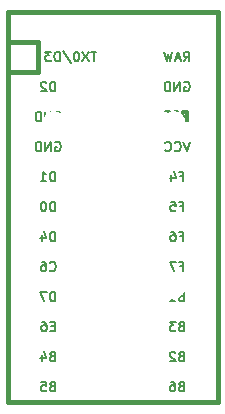
<source format=gbo>
%TF.GenerationSoftware,KiCad,Pcbnew,5.1.9*%
%TF.CreationDate,2021-02-03T17:10:17+02:00*%
%TF.ProjectId,arc40,61726334-302e-46b6-9963-61645f706362,rev?*%
%TF.SameCoordinates,Original*%
%TF.FileFunction,Legend,Bot*%
%TF.FilePolarity,Positive*%
%FSLAX46Y46*%
G04 Gerber Fmt 4.6, Leading zero omitted, Abs format (unit mm)*
G04 Created by KiCad (PCBNEW 5.1.9) date 2021-02-03 17:10:17*
%MOMM*%
%LPD*%
G01*
G04 APERTURE LIST*
%ADD10C,0.381000*%
%ADD11C,0.150000*%
%ADD12C,1.752600*%
%ADD13R,1.752600X1.752600*%
%ADD14C,2.250000*%
%ADD15C,3.987800*%
%ADD16C,1.750000*%
%ADD17C,3.048000*%
%ADD18O,1.600000X1.600000*%
%ADD19R,1.600000X1.600000*%
G04 APERTURE END LIST*
D10*
%TO.C,U1*%
X50710000Y-52810000D02*
X48170000Y-52810000D01*
X65950000Y-50270000D02*
X48170000Y-50270000D01*
X48170000Y-50270000D02*
X48170000Y-83290000D01*
X48170000Y-83290000D02*
X65950000Y-83290000D01*
X65950000Y-83290000D02*
X65950000Y-50270000D01*
D11*
G36*
X62904635Y-58699030D02*
G01*
X62904635Y-58799030D01*
X63404635Y-58799030D01*
X63404635Y-58699030D01*
X62904635Y-58699030D01*
G37*
X62904635Y-58699030D02*
X62904635Y-58799030D01*
X63404635Y-58799030D01*
X63404635Y-58699030D01*
X62904635Y-58699030D01*
G36*
X62904635Y-58699030D02*
G01*
X62904635Y-58999030D01*
X63004635Y-58999030D01*
X63004635Y-58699030D01*
X62904635Y-58699030D01*
G37*
X62904635Y-58699030D02*
X62904635Y-58999030D01*
X63004635Y-58999030D01*
X63004635Y-58699030D01*
X62904635Y-58699030D01*
G36*
X62904635Y-59299030D02*
G01*
X62904635Y-59499030D01*
X63004635Y-59499030D01*
X63004635Y-59299030D01*
X62904635Y-59299030D01*
G37*
X62904635Y-59299030D02*
X62904635Y-59499030D01*
X63004635Y-59499030D01*
X63004635Y-59299030D01*
X62904635Y-59299030D01*
G36*
X63304635Y-58699030D02*
G01*
X63304635Y-59499030D01*
X63404635Y-59499030D01*
X63404635Y-58699030D01*
X63304635Y-58699030D01*
G37*
X63304635Y-58699030D02*
X63304635Y-59499030D01*
X63404635Y-59499030D01*
X63404635Y-58699030D01*
X63304635Y-58699030D01*
G36*
X63104635Y-59099030D02*
G01*
X63104635Y-59199030D01*
X63204635Y-59199030D01*
X63204635Y-59099030D01*
X63104635Y-59099030D01*
G37*
X63104635Y-59099030D02*
X63104635Y-59199030D01*
X63204635Y-59199030D01*
X63204635Y-59099030D01*
X63104635Y-59099030D01*
D10*
X50710000Y-52810000D02*
X50710000Y-55350000D01*
X50710000Y-55350000D02*
X48170000Y-55350000D01*
D11*
X62633333Y-59463809D02*
X62519047Y-59501904D01*
X62328571Y-59501904D01*
X62252380Y-59463809D01*
X62214285Y-59425714D01*
X62176190Y-59349523D01*
X62176190Y-59273333D01*
X62214285Y-59197142D01*
X62252380Y-59159047D01*
X62328571Y-59120952D01*
X62480952Y-59082857D01*
X62557142Y-59044761D01*
X62595238Y-59006666D01*
X62633333Y-58930476D01*
X62633333Y-58854285D01*
X62595238Y-58778095D01*
X62557142Y-58740000D01*
X62480952Y-58701904D01*
X62290476Y-58701904D01*
X62176190Y-58740000D01*
X61947619Y-58701904D02*
X61490476Y-58701904D01*
X61719047Y-59501904D02*
X61719047Y-58701904D01*
X55678604Y-53641904D02*
X55221461Y-53641904D01*
X55450032Y-54441904D02*
X55450032Y-53641904D01*
X55030985Y-53641904D02*
X54497651Y-54441904D01*
X54497651Y-53641904D02*
X55030985Y-54441904D01*
X54040508Y-53641904D02*
X53964318Y-53641904D01*
X53888128Y-53680000D01*
X53850032Y-53718095D01*
X53811937Y-53794285D01*
X53773842Y-53946666D01*
X53773842Y-54137142D01*
X53811937Y-54289523D01*
X53850032Y-54365714D01*
X53888128Y-54403809D01*
X53964318Y-54441904D01*
X54040508Y-54441904D01*
X54116699Y-54403809D01*
X54154794Y-54365714D01*
X54192889Y-54289523D01*
X54230985Y-54137142D01*
X54230985Y-53946666D01*
X54192889Y-53794285D01*
X54154794Y-53718095D01*
X54116699Y-53680000D01*
X54040508Y-53641904D01*
X52859556Y-53603809D02*
X53545270Y-54632380D01*
X52592889Y-54441904D02*
X52592889Y-53641904D01*
X52402413Y-53641904D01*
X52288128Y-53680000D01*
X52211937Y-53756190D01*
X52173842Y-53832380D01*
X52135747Y-53984761D01*
X52135747Y-54099047D01*
X52173842Y-54251428D01*
X52211937Y-54327619D01*
X52288128Y-54403809D01*
X52402413Y-54441904D01*
X52592889Y-54441904D01*
X51869080Y-53641904D02*
X51373842Y-53641904D01*
X51640508Y-53946666D01*
X51526223Y-53946666D01*
X51450032Y-53984761D01*
X51411937Y-54022857D01*
X51373842Y-54099047D01*
X51373842Y-54289523D01*
X51411937Y-54365714D01*
X51450032Y-54403809D01*
X51526223Y-54441904D01*
X51754794Y-54441904D01*
X51830985Y-54403809D01*
X51869080Y-54365714D01*
X62844809Y-79422857D02*
X62730523Y-79460952D01*
X62692428Y-79499047D01*
X62654333Y-79575238D01*
X62654333Y-79689523D01*
X62692428Y-79765714D01*
X62730523Y-79803809D01*
X62806714Y-79841904D01*
X63111476Y-79841904D01*
X63111476Y-79041904D01*
X62844809Y-79041904D01*
X62768619Y-79080000D01*
X62730523Y-79118095D01*
X62692428Y-79194285D01*
X62692428Y-79270476D01*
X62730523Y-79346666D01*
X62768619Y-79384761D01*
X62844809Y-79422857D01*
X63111476Y-79422857D01*
X62349571Y-79118095D02*
X62311476Y-79080000D01*
X62235285Y-79041904D01*
X62044809Y-79041904D01*
X61968619Y-79080000D01*
X61930523Y-79118095D01*
X61892428Y-79194285D01*
X61892428Y-79270476D01*
X61930523Y-79384761D01*
X62387666Y-79841904D01*
X61892428Y-79841904D01*
X62787666Y-71802857D02*
X63054333Y-71802857D01*
X63054333Y-72221904D02*
X63054333Y-71421904D01*
X62673380Y-71421904D01*
X62444809Y-71421904D02*
X61911476Y-71421904D01*
X62254333Y-72221904D01*
X62787666Y-69262857D02*
X63054333Y-69262857D01*
X63054333Y-69681904D02*
X63054333Y-68881904D01*
X62673380Y-68881904D01*
X62025761Y-68881904D02*
X62178142Y-68881904D01*
X62254333Y-68920000D01*
X62292428Y-68958095D01*
X62368619Y-69072380D01*
X62406714Y-69224761D01*
X62406714Y-69529523D01*
X62368619Y-69605714D01*
X62330523Y-69643809D01*
X62254333Y-69681904D01*
X62101952Y-69681904D01*
X62025761Y-69643809D01*
X61987666Y-69605714D01*
X61949571Y-69529523D01*
X61949571Y-69339047D01*
X61987666Y-69262857D01*
X62025761Y-69224761D01*
X62101952Y-69186666D01*
X62254333Y-69186666D01*
X62330523Y-69224761D01*
X62368619Y-69262857D01*
X62406714Y-69339047D01*
X62787666Y-66722857D02*
X63054333Y-66722857D01*
X63054333Y-67141904D02*
X63054333Y-66341904D01*
X62673380Y-66341904D01*
X61987666Y-66341904D02*
X62368619Y-66341904D01*
X62406714Y-66722857D01*
X62368619Y-66684761D01*
X62292428Y-66646666D01*
X62101952Y-66646666D01*
X62025761Y-66684761D01*
X61987666Y-66722857D01*
X61949571Y-66799047D01*
X61949571Y-66989523D01*
X61987666Y-67065714D01*
X62025761Y-67103809D01*
X62101952Y-67141904D01*
X62292428Y-67141904D01*
X62368619Y-67103809D01*
X62406714Y-67065714D01*
X63073380Y-54441904D02*
X63340047Y-54060952D01*
X63530523Y-54441904D02*
X63530523Y-53641904D01*
X63225761Y-53641904D01*
X63149571Y-53680000D01*
X63111476Y-53718095D01*
X63073380Y-53794285D01*
X63073380Y-53908571D01*
X63111476Y-53984761D01*
X63149571Y-54022857D01*
X63225761Y-54060952D01*
X63530523Y-54060952D01*
X62768619Y-54213333D02*
X62387666Y-54213333D01*
X62844809Y-54441904D02*
X62578142Y-53641904D01*
X62311476Y-54441904D01*
X62121000Y-53641904D02*
X61930523Y-54441904D01*
X61778142Y-53870476D01*
X61625761Y-54441904D01*
X61435285Y-53641904D01*
X63130523Y-56220000D02*
X63206714Y-56181904D01*
X63321000Y-56181904D01*
X63435285Y-56220000D01*
X63511476Y-56296190D01*
X63549571Y-56372380D01*
X63587666Y-56524761D01*
X63587666Y-56639047D01*
X63549571Y-56791428D01*
X63511476Y-56867619D01*
X63435285Y-56943809D01*
X63321000Y-56981904D01*
X63244809Y-56981904D01*
X63130523Y-56943809D01*
X63092428Y-56905714D01*
X63092428Y-56639047D01*
X63244809Y-56639047D01*
X62749571Y-56981904D02*
X62749571Y-56181904D01*
X62292428Y-56981904D01*
X62292428Y-56181904D01*
X61911476Y-56981904D02*
X61911476Y-56181904D01*
X61721000Y-56181904D01*
X61606714Y-56220000D01*
X61530523Y-56296190D01*
X61492428Y-56372380D01*
X61454333Y-56524761D01*
X61454333Y-56639047D01*
X61492428Y-56791428D01*
X61530523Y-56867619D01*
X61606714Y-56943809D01*
X61721000Y-56981904D01*
X61911476Y-56981904D01*
X63587666Y-61261904D02*
X63321000Y-62061904D01*
X63054333Y-61261904D01*
X62330523Y-61985714D02*
X62368619Y-62023809D01*
X62482904Y-62061904D01*
X62559095Y-62061904D01*
X62673380Y-62023809D01*
X62749571Y-61947619D01*
X62787666Y-61871428D01*
X62825761Y-61719047D01*
X62825761Y-61604761D01*
X62787666Y-61452380D01*
X62749571Y-61376190D01*
X62673380Y-61300000D01*
X62559095Y-61261904D01*
X62482904Y-61261904D01*
X62368619Y-61300000D01*
X62330523Y-61338095D01*
X61530523Y-61985714D02*
X61568619Y-62023809D01*
X61682904Y-62061904D01*
X61759095Y-62061904D01*
X61873380Y-62023809D01*
X61949571Y-61947619D01*
X61987666Y-61871428D01*
X62025761Y-61719047D01*
X62025761Y-61604761D01*
X61987666Y-61452380D01*
X61949571Y-61376190D01*
X61873380Y-61300000D01*
X61759095Y-61261904D01*
X61682904Y-61261904D01*
X61568619Y-61300000D01*
X61530523Y-61338095D01*
X62787666Y-64182857D02*
X63054333Y-64182857D01*
X63054333Y-64601904D02*
X63054333Y-63801904D01*
X62673380Y-63801904D01*
X62025761Y-64068571D02*
X62025761Y-64601904D01*
X62216238Y-63763809D02*
X62406714Y-64335238D01*
X61911476Y-64335238D01*
X62844809Y-74342857D02*
X62730523Y-74380952D01*
X62692428Y-74419047D01*
X62654333Y-74495238D01*
X62654333Y-74609523D01*
X62692428Y-74685714D01*
X62730523Y-74723809D01*
X62806714Y-74761904D01*
X63111476Y-74761904D01*
X63111476Y-73961904D01*
X62844809Y-73961904D01*
X62768619Y-74000000D01*
X62730523Y-74038095D01*
X62692428Y-74114285D01*
X62692428Y-74190476D01*
X62730523Y-74266666D01*
X62768619Y-74304761D01*
X62844809Y-74342857D01*
X63111476Y-74342857D01*
X61892428Y-74761904D02*
X62349571Y-74761904D01*
X62121000Y-74761904D02*
X62121000Y-73961904D01*
X62197190Y-74076190D01*
X62273380Y-74152380D01*
X62349571Y-74190476D01*
X62844809Y-76882857D02*
X62730523Y-76920952D01*
X62692428Y-76959047D01*
X62654333Y-77035238D01*
X62654333Y-77149523D01*
X62692428Y-77225714D01*
X62730523Y-77263809D01*
X62806714Y-77301904D01*
X63111476Y-77301904D01*
X63111476Y-76501904D01*
X62844809Y-76501904D01*
X62768619Y-76540000D01*
X62730523Y-76578095D01*
X62692428Y-76654285D01*
X62692428Y-76730476D01*
X62730523Y-76806666D01*
X62768619Y-76844761D01*
X62844809Y-76882857D01*
X63111476Y-76882857D01*
X62387666Y-76501904D02*
X61892428Y-76501904D01*
X62159095Y-76806666D01*
X62044809Y-76806666D01*
X61968619Y-76844761D01*
X61930523Y-76882857D01*
X61892428Y-76959047D01*
X61892428Y-77149523D01*
X61930523Y-77225714D01*
X61968619Y-77263809D01*
X62044809Y-77301904D01*
X62273380Y-77301904D01*
X62349571Y-77263809D01*
X62387666Y-77225714D01*
X62844809Y-81962857D02*
X62730523Y-82000952D01*
X62692428Y-82039047D01*
X62654333Y-82115238D01*
X62654333Y-82229523D01*
X62692428Y-82305714D01*
X62730523Y-82343809D01*
X62806714Y-82381904D01*
X63111476Y-82381904D01*
X63111476Y-81581904D01*
X62844809Y-81581904D01*
X62768619Y-81620000D01*
X62730523Y-81658095D01*
X62692428Y-81734285D01*
X62692428Y-81810476D01*
X62730523Y-81886666D01*
X62768619Y-81924761D01*
X62844809Y-81962857D01*
X63111476Y-81962857D01*
X61968619Y-81581904D02*
X62121000Y-81581904D01*
X62197190Y-81620000D01*
X62235285Y-81658095D01*
X62311476Y-81772380D01*
X62349571Y-81924761D01*
X62349571Y-82229523D01*
X62311476Y-82305714D01*
X62273380Y-82343809D01*
X62197190Y-82381904D01*
X62044809Y-82381904D01*
X61968619Y-82343809D01*
X61930523Y-82305714D01*
X61892428Y-82229523D01*
X61892428Y-82039047D01*
X61930523Y-81962857D01*
X61968619Y-81924761D01*
X62044809Y-81886666D01*
X62197190Y-81886666D01*
X62273380Y-81924761D01*
X62311476Y-81962857D01*
X62349571Y-82039047D01*
X51922809Y-81962857D02*
X51808523Y-82000952D01*
X51770428Y-82039047D01*
X51732333Y-82115238D01*
X51732333Y-82229523D01*
X51770428Y-82305714D01*
X51808523Y-82343809D01*
X51884714Y-82381904D01*
X52189476Y-82381904D01*
X52189476Y-81581904D01*
X51922809Y-81581904D01*
X51846619Y-81620000D01*
X51808523Y-81658095D01*
X51770428Y-81734285D01*
X51770428Y-81810476D01*
X51808523Y-81886666D01*
X51846619Y-81924761D01*
X51922809Y-81962857D01*
X52189476Y-81962857D01*
X51008523Y-81581904D02*
X51389476Y-81581904D01*
X51427571Y-81962857D01*
X51389476Y-81924761D01*
X51313285Y-81886666D01*
X51122809Y-81886666D01*
X51046619Y-81924761D01*
X51008523Y-81962857D01*
X50970428Y-82039047D01*
X50970428Y-82229523D01*
X51008523Y-82305714D01*
X51046619Y-82343809D01*
X51122809Y-82381904D01*
X51313285Y-82381904D01*
X51389476Y-82343809D01*
X51427571Y-82305714D01*
X51922809Y-79422857D02*
X51808523Y-79460952D01*
X51770428Y-79499047D01*
X51732333Y-79575238D01*
X51732333Y-79689523D01*
X51770428Y-79765714D01*
X51808523Y-79803809D01*
X51884714Y-79841904D01*
X52189476Y-79841904D01*
X52189476Y-79041904D01*
X51922809Y-79041904D01*
X51846619Y-79080000D01*
X51808523Y-79118095D01*
X51770428Y-79194285D01*
X51770428Y-79270476D01*
X51808523Y-79346666D01*
X51846619Y-79384761D01*
X51922809Y-79422857D01*
X52189476Y-79422857D01*
X51046619Y-79308571D02*
X51046619Y-79841904D01*
X51237095Y-79003809D02*
X51427571Y-79575238D01*
X50932333Y-79575238D01*
X52151380Y-76882857D02*
X51884714Y-76882857D01*
X51770428Y-77301904D02*
X52151380Y-77301904D01*
X52151380Y-76501904D01*
X51770428Y-76501904D01*
X51084714Y-76501904D02*
X51237095Y-76501904D01*
X51313285Y-76540000D01*
X51351380Y-76578095D01*
X51427571Y-76692380D01*
X51465666Y-76844761D01*
X51465666Y-77149523D01*
X51427571Y-77225714D01*
X51389476Y-77263809D01*
X51313285Y-77301904D01*
X51160904Y-77301904D01*
X51084714Y-77263809D01*
X51046619Y-77225714D01*
X51008523Y-77149523D01*
X51008523Y-76959047D01*
X51046619Y-76882857D01*
X51084714Y-76844761D01*
X51160904Y-76806666D01*
X51313285Y-76806666D01*
X51389476Y-76844761D01*
X51427571Y-76882857D01*
X51465666Y-76959047D01*
X52189476Y-74761904D02*
X52189476Y-73961904D01*
X51999000Y-73961904D01*
X51884714Y-74000000D01*
X51808523Y-74076190D01*
X51770428Y-74152380D01*
X51732333Y-74304761D01*
X51732333Y-74419047D01*
X51770428Y-74571428D01*
X51808523Y-74647619D01*
X51884714Y-74723809D01*
X51999000Y-74761904D01*
X52189476Y-74761904D01*
X51465666Y-73961904D02*
X50932333Y-73961904D01*
X51275190Y-74761904D01*
X51732333Y-72145714D02*
X51770428Y-72183809D01*
X51884714Y-72221904D01*
X51960904Y-72221904D01*
X52075190Y-72183809D01*
X52151380Y-72107619D01*
X52189476Y-72031428D01*
X52227571Y-71879047D01*
X52227571Y-71764761D01*
X52189476Y-71612380D01*
X52151380Y-71536190D01*
X52075190Y-71460000D01*
X51960904Y-71421904D01*
X51884714Y-71421904D01*
X51770428Y-71460000D01*
X51732333Y-71498095D01*
X51046619Y-71421904D02*
X51199000Y-71421904D01*
X51275190Y-71460000D01*
X51313285Y-71498095D01*
X51389476Y-71612380D01*
X51427571Y-71764761D01*
X51427571Y-72069523D01*
X51389476Y-72145714D01*
X51351380Y-72183809D01*
X51275190Y-72221904D01*
X51122809Y-72221904D01*
X51046619Y-72183809D01*
X51008523Y-72145714D01*
X50970428Y-72069523D01*
X50970428Y-71879047D01*
X51008523Y-71802857D01*
X51046619Y-71764761D01*
X51122809Y-71726666D01*
X51275190Y-71726666D01*
X51351380Y-71764761D01*
X51389476Y-71802857D01*
X51427571Y-71879047D01*
X52189476Y-69681904D02*
X52189476Y-68881904D01*
X51999000Y-68881904D01*
X51884714Y-68920000D01*
X51808523Y-68996190D01*
X51770428Y-69072380D01*
X51732333Y-69224761D01*
X51732333Y-69339047D01*
X51770428Y-69491428D01*
X51808523Y-69567619D01*
X51884714Y-69643809D01*
X51999000Y-69681904D01*
X52189476Y-69681904D01*
X51046619Y-69148571D02*
X51046619Y-69681904D01*
X51237095Y-68843809D02*
X51427571Y-69415238D01*
X50932333Y-69415238D01*
X52208523Y-58760000D02*
X52284714Y-58721904D01*
X52399000Y-58721904D01*
X52513285Y-58760000D01*
X52589476Y-58836190D01*
X52627571Y-58912380D01*
X52665666Y-59064761D01*
X52665666Y-59179047D01*
X52627571Y-59331428D01*
X52589476Y-59407619D01*
X52513285Y-59483809D01*
X52399000Y-59521904D01*
X52322809Y-59521904D01*
X52208523Y-59483809D01*
X52170428Y-59445714D01*
X52170428Y-59179047D01*
X52322809Y-59179047D01*
X51827571Y-59521904D02*
X51827571Y-58721904D01*
X51370428Y-59521904D01*
X51370428Y-58721904D01*
X50989476Y-59521904D02*
X50989476Y-58721904D01*
X50799000Y-58721904D01*
X50684714Y-58760000D01*
X50608523Y-58836190D01*
X50570428Y-58912380D01*
X50532333Y-59064761D01*
X50532333Y-59179047D01*
X50570428Y-59331428D01*
X50608523Y-59407619D01*
X50684714Y-59483809D01*
X50799000Y-59521904D01*
X50989476Y-59521904D01*
X52208523Y-61300000D02*
X52284714Y-61261904D01*
X52399000Y-61261904D01*
X52513285Y-61300000D01*
X52589476Y-61376190D01*
X52627571Y-61452380D01*
X52665666Y-61604761D01*
X52665666Y-61719047D01*
X52627571Y-61871428D01*
X52589476Y-61947619D01*
X52513285Y-62023809D01*
X52399000Y-62061904D01*
X52322809Y-62061904D01*
X52208523Y-62023809D01*
X52170428Y-61985714D01*
X52170428Y-61719047D01*
X52322809Y-61719047D01*
X51827571Y-62061904D02*
X51827571Y-61261904D01*
X51370428Y-62061904D01*
X51370428Y-61261904D01*
X50989476Y-62061904D02*
X50989476Y-61261904D01*
X50799000Y-61261904D01*
X50684714Y-61300000D01*
X50608523Y-61376190D01*
X50570428Y-61452380D01*
X50532333Y-61604761D01*
X50532333Y-61719047D01*
X50570428Y-61871428D01*
X50608523Y-61947619D01*
X50684714Y-62023809D01*
X50799000Y-62061904D01*
X50989476Y-62061904D01*
X52189476Y-64601904D02*
X52189476Y-63801904D01*
X51999000Y-63801904D01*
X51884714Y-63840000D01*
X51808523Y-63916190D01*
X51770428Y-63992380D01*
X51732333Y-64144761D01*
X51732333Y-64259047D01*
X51770428Y-64411428D01*
X51808523Y-64487619D01*
X51884714Y-64563809D01*
X51999000Y-64601904D01*
X52189476Y-64601904D01*
X50970428Y-64601904D02*
X51427571Y-64601904D01*
X51199000Y-64601904D02*
X51199000Y-63801904D01*
X51275190Y-63916190D01*
X51351380Y-63992380D01*
X51427571Y-64030476D01*
X52189476Y-67141904D02*
X52189476Y-66341904D01*
X51999000Y-66341904D01*
X51884714Y-66380000D01*
X51808523Y-66456190D01*
X51770428Y-66532380D01*
X51732333Y-66684761D01*
X51732333Y-66799047D01*
X51770428Y-66951428D01*
X51808523Y-67027619D01*
X51884714Y-67103809D01*
X51999000Y-67141904D01*
X52189476Y-67141904D01*
X51237095Y-66341904D02*
X51160904Y-66341904D01*
X51084714Y-66380000D01*
X51046619Y-66418095D01*
X51008523Y-66494285D01*
X50970428Y-66646666D01*
X50970428Y-66837142D01*
X51008523Y-66989523D01*
X51046619Y-67065714D01*
X51084714Y-67103809D01*
X51160904Y-67141904D01*
X51237095Y-67141904D01*
X51313285Y-67103809D01*
X51351380Y-67065714D01*
X51389476Y-66989523D01*
X51427571Y-66837142D01*
X51427571Y-66646666D01*
X51389476Y-66494285D01*
X51351380Y-66418095D01*
X51313285Y-66380000D01*
X51237095Y-66341904D01*
X52189476Y-56981904D02*
X52189476Y-56181904D01*
X51999000Y-56181904D01*
X51884714Y-56220000D01*
X51808523Y-56296190D01*
X51770428Y-56372380D01*
X51732333Y-56524761D01*
X51732333Y-56639047D01*
X51770428Y-56791428D01*
X51808523Y-56867619D01*
X51884714Y-56943809D01*
X51999000Y-56981904D01*
X52189476Y-56981904D01*
X51427571Y-56258095D02*
X51389476Y-56220000D01*
X51313285Y-56181904D01*
X51122809Y-56181904D01*
X51046619Y-56220000D01*
X51008523Y-56258095D01*
X50970428Y-56334285D01*
X50970428Y-56410476D01*
X51008523Y-56524761D01*
X51465666Y-56981904D01*
X50970428Y-56981904D01*
%TD*%
%LPC*%
D12*
%TO.C,U1*%
X64680000Y-54080000D03*
X49440000Y-82020000D03*
X64680000Y-56620000D03*
X64680000Y-59160000D03*
X64680000Y-61700000D03*
X64680000Y-64240000D03*
X64680000Y-66780000D03*
X64680000Y-69320000D03*
X64680000Y-71860000D03*
X64680000Y-74400000D03*
X64680000Y-76940000D03*
X64680000Y-79480000D03*
X64680000Y-82020000D03*
X49440000Y-79480000D03*
X49440000Y-76940000D03*
X49440000Y-74400000D03*
X49440000Y-71860000D03*
X49440000Y-69320000D03*
X49440000Y-66780000D03*
X49440000Y-64240000D03*
X49440000Y-61700000D03*
X49440000Y-59160000D03*
X49440000Y-56620000D03*
D13*
X49440000Y-54080000D03*
%TD*%
D14*
%TO.C,MX42*%
X276384000Y-111601000D03*
D15*
X273844000Y-116681000D03*
D14*
X270034000Y-114141000D03*
D16*
X268764000Y-116681000D03*
X278924000Y-116681000D03*
%TD*%
D14*
%TO.C,MX41*%
X278765000Y-92551200D03*
D15*
X276225000Y-97631200D03*
D14*
X272415000Y-95091200D03*
D16*
X271145000Y-97631200D03*
X281305000Y-97631200D03*
%TD*%
D14*
%TO.C,MX40*%
X276384000Y-73501200D03*
D15*
X273844000Y-78581200D03*
D14*
X270034000Y-76041200D03*
D16*
X268764000Y-78581200D03*
X278924000Y-78581200D03*
%TD*%
D14*
%TO.C,MX39*%
X274002000Y-54451200D03*
D15*
X271462000Y-59531200D03*
D14*
X267652000Y-56991200D03*
D16*
X266382000Y-59531200D03*
X276542000Y-59531200D03*
%TD*%
D14*
%TO.C,MX38*%
X259715000Y-92551200D03*
D15*
X257175000Y-97631200D03*
D14*
X253365000Y-95091200D03*
D16*
X252095000Y-97631200D03*
X262255000Y-97631200D03*
%TD*%
D14*
%TO.C,MX37*%
X254952000Y-73501200D03*
D15*
X252412000Y-78581200D03*
D14*
X248602000Y-76041200D03*
D16*
X247332000Y-78581200D03*
X257492000Y-78581200D03*
%TD*%
D14*
%TO.C,MX36*%
X250190000Y-54451200D03*
D15*
X247650000Y-59531200D03*
D14*
X243840000Y-56991200D03*
D16*
X242570000Y-59531200D03*
X252730000Y-59531200D03*
%TD*%
D14*
%TO.C,MX35*%
X240665000Y-92551200D03*
D15*
X238125000Y-97631200D03*
D14*
X234315000Y-95091200D03*
D16*
X233045000Y-97631200D03*
X243205000Y-97631200D03*
%TD*%
D14*
%TO.C,MX34*%
X235902000Y-73501200D03*
D15*
X233362000Y-78581200D03*
D14*
X229552000Y-76041200D03*
D16*
X228282000Y-78581200D03*
X238442000Y-78581200D03*
%TD*%
D14*
%TO.C,MX33*%
X231140000Y-54451200D03*
D15*
X228600000Y-59531200D03*
D14*
X224790000Y-56991200D03*
D16*
X223520000Y-59531200D03*
X233680000Y-59531200D03*
%TD*%
D14*
%TO.C,MX32*%
X228759000Y-111601000D03*
D15*
X226219000Y-116681000D03*
D14*
X222409000Y-114141000D03*
D16*
X221139000Y-116681000D03*
X231299000Y-116681000D03*
%TD*%
D14*
%TO.C,MX31*%
X221615000Y-92551200D03*
D15*
X219075000Y-97631200D03*
D14*
X215265000Y-95091200D03*
D16*
X213995000Y-97631200D03*
X224155000Y-97631200D03*
%TD*%
D14*
%TO.C,MX30*%
X216852000Y-73501200D03*
D15*
X214312000Y-78581200D03*
D14*
X210502000Y-76041200D03*
D16*
X209232000Y-78581200D03*
X219392000Y-78581200D03*
%TD*%
D14*
%TO.C,MX29*%
X212090000Y-54451200D03*
D15*
X209550000Y-59531200D03*
D14*
X205740000Y-56991200D03*
D16*
X204470000Y-59531200D03*
X214630000Y-59531200D03*
%TD*%
D14*
%TO.C,MX28*%
X202565000Y-92551200D03*
D15*
X200025000Y-97631200D03*
D14*
X196215000Y-95091200D03*
D16*
X194945000Y-97631200D03*
X205105000Y-97631200D03*
%TD*%
D14*
%TO.C,MX27*%
X197802000Y-73501200D03*
D15*
X195262000Y-78581200D03*
D14*
X191452000Y-76041200D03*
D16*
X190182000Y-78581200D03*
X200342000Y-78581200D03*
%TD*%
D14*
%TO.C,MX26*%
X193040000Y-54451200D03*
D15*
X190500000Y-59531200D03*
D14*
X186690000Y-56991200D03*
D16*
X185420000Y-59531200D03*
X195580000Y-59531200D03*
%TD*%
D14*
%TO.C,MX25*%
X190659000Y-111601000D03*
D15*
X188119000Y-116681000D03*
D14*
X184309000Y-114141000D03*
D16*
X183039000Y-116681000D03*
X193199000Y-116681000D03*
D17*
X176212750Y-123666000D03*
X200025250Y-123666000D03*
D15*
X176212750Y-108426000D03*
X200025250Y-108426000D03*
%TD*%
D14*
%TO.C,MX24*%
X183515000Y-92551200D03*
D15*
X180975000Y-97631200D03*
D14*
X177165000Y-95091200D03*
D16*
X175895000Y-97631200D03*
X186055000Y-97631200D03*
%TD*%
D14*
%TO.C,MX23*%
X178752000Y-73501200D03*
D15*
X176212000Y-78581200D03*
D14*
X172402000Y-76041200D03*
D16*
X171132000Y-78581200D03*
X181292000Y-78581200D03*
%TD*%
D14*
%TO.C,MX22*%
X173990000Y-54451200D03*
D15*
X171450000Y-59531200D03*
D14*
X167640000Y-56991200D03*
D16*
X166370000Y-59531200D03*
X176530000Y-59531200D03*
%TD*%
D14*
%TO.C,MX21*%
X164465000Y-92551200D03*
D15*
X161925000Y-97631200D03*
D14*
X158115000Y-95091200D03*
D16*
X156845000Y-97631200D03*
X167005000Y-97631200D03*
%TD*%
D14*
%TO.C,MX20*%
X159702000Y-73501200D03*
D15*
X157162000Y-78581200D03*
D14*
X153352000Y-76041200D03*
D16*
X152082000Y-78581200D03*
X162242000Y-78581200D03*
%TD*%
D14*
%TO.C,MX19*%
X154940000Y-54451200D03*
D15*
X152400000Y-59531200D03*
D14*
X148590000Y-56991200D03*
D16*
X147320000Y-59531200D03*
X157480000Y-59531200D03*
%TD*%
D14*
%TO.C,MX18*%
X143034000Y-111601000D03*
D15*
X140494000Y-116681000D03*
D14*
X136684000Y-114141000D03*
D16*
X135414000Y-116681000D03*
X145574000Y-116681000D03*
D17*
X128587750Y-123666000D03*
X152400250Y-123666000D03*
D15*
X128587750Y-108426000D03*
X152400250Y-108426000D03*
%TD*%
D14*
%TO.C,MX17*%
X145415000Y-92551200D03*
D15*
X142875000Y-97631200D03*
D14*
X139065000Y-95091200D03*
D16*
X137795000Y-97631200D03*
X147955000Y-97631200D03*
%TD*%
D14*
%TO.C,MX16*%
X140652000Y-73501200D03*
D15*
X138112000Y-78581200D03*
D14*
X134302000Y-76041200D03*
D16*
X133032000Y-78581200D03*
X143192000Y-78581200D03*
%TD*%
D14*
%TO.C,MX15*%
X135890000Y-54451200D03*
D15*
X133350000Y-59531200D03*
D14*
X129540000Y-56991200D03*
D16*
X128270000Y-59531200D03*
X138430000Y-59531200D03*
%TD*%
D14*
%TO.C,MX14*%
X126365000Y-92551200D03*
D15*
X123825000Y-97631200D03*
D14*
X120015000Y-95091200D03*
D16*
X118745000Y-97631200D03*
X128905000Y-97631200D03*
%TD*%
D14*
%TO.C,MX13*%
X121602000Y-73501200D03*
D15*
X119062000Y-78581200D03*
D14*
X115252000Y-76041200D03*
D16*
X113982000Y-78581200D03*
X124142000Y-78581200D03*
%TD*%
D14*
%TO.C,MX12*%
X116840000Y-54451200D03*
D15*
X114300000Y-59531200D03*
D14*
X110490000Y-56991200D03*
D16*
X109220000Y-59531200D03*
X119380000Y-59531200D03*
%TD*%
D14*
%TO.C,MX11*%
X109696000Y-111601000D03*
D15*
X107156000Y-116681000D03*
D14*
X103346000Y-114141000D03*
D16*
X102076000Y-116681000D03*
X112236000Y-116681000D03*
%TD*%
D14*
%TO.C,MX10*%
X107315000Y-92551200D03*
D15*
X104775000Y-97631200D03*
D14*
X100965000Y-95091200D03*
D16*
X99695000Y-97631200D03*
X109855000Y-97631200D03*
%TD*%
D14*
%TO.C,MX9*%
X102552000Y-73501200D03*
D15*
X100012000Y-78581200D03*
D14*
X96202000Y-76041200D03*
D16*
X94932000Y-78581200D03*
X105092000Y-78581200D03*
%TD*%
D14*
%TO.C,MX8*%
X97790000Y-54451200D03*
D15*
X95250000Y-59531200D03*
D14*
X91440000Y-56991200D03*
D16*
X90170000Y-59531200D03*
X100330000Y-59531200D03*
%TD*%
D14*
%TO.C,MX7*%
X88265000Y-92551200D03*
D15*
X85725000Y-97631200D03*
D14*
X81915000Y-95091200D03*
D16*
X80645000Y-97631200D03*
X90805000Y-97631200D03*
%TD*%
D14*
%TO.C,MX6*%
X83502500Y-73501200D03*
D15*
X80962500Y-78581200D03*
D14*
X77152500Y-76041200D03*
D16*
X75882500Y-78581200D03*
X86042500Y-78581200D03*
%TD*%
D14*
%TO.C,MX5*%
X78740000Y-54451200D03*
D15*
X76200000Y-59531200D03*
D14*
X72390000Y-56991200D03*
D16*
X71120000Y-59531200D03*
X81280000Y-59531200D03*
%TD*%
D14*
%TO.C,MX4*%
X62071200Y-111601000D03*
D15*
X59531200Y-116681000D03*
D14*
X55721200Y-114141000D03*
D16*
X54451200Y-116681000D03*
X64611200Y-116681000D03*
%TD*%
D14*
%TO.C,MX3*%
X64452500Y-92551200D03*
D15*
X61912500Y-97631200D03*
D14*
X58102500Y-95091200D03*
D16*
X56832500Y-97631200D03*
X66992500Y-97631200D03*
%TD*%
D14*
%TO.C,MX2*%
X62071200Y-73501200D03*
D15*
X59531200Y-78581200D03*
D14*
X55721200Y-76041200D03*
D16*
X54451200Y-78581200D03*
X64611200Y-78581200D03*
%TD*%
D14*
%TO.C,MX1*%
X59690000Y-54451200D03*
D15*
X57150000Y-59531200D03*
D14*
X53340000Y-56991200D03*
D16*
X52070000Y-59531200D03*
X62230000Y-59531200D03*
%TD*%
D18*
%TO.C,D42*%
X283369000Y-113824000D03*
D19*
X283369000Y-121444000D03*
%TD*%
D18*
%TO.C,D41*%
X284162000Y-93186000D03*
D19*
X284162000Y-100806000D03*
%TD*%
D18*
%TO.C,D40*%
X281781000Y-74136200D03*
D19*
X281781000Y-81756200D03*
%TD*%
D18*
%TO.C,D39*%
X280194000Y-54292500D03*
D19*
X280194000Y-61912500D03*
%TD*%
D18*
%TO.C,D38*%
X265906000Y-93186000D03*
D19*
X265906000Y-100806000D03*
%TD*%
D18*
%TO.C,D37*%
X261144000Y-74136200D03*
D19*
X261144000Y-81756200D03*
%TD*%
D18*
%TO.C,D36*%
X256381000Y-54292500D03*
D19*
X256381000Y-61912500D03*
%TD*%
D18*
%TO.C,D35*%
X246856000Y-93186000D03*
D19*
X246856000Y-100806000D03*
%TD*%
D18*
%TO.C,D34*%
X242094000Y-74136200D03*
D19*
X242094000Y-81756200D03*
%TD*%
D18*
%TO.C,D33*%
X237331000Y-54292500D03*
D19*
X237331000Y-61912500D03*
%TD*%
D18*
%TO.C,D32*%
X234950000Y-113824000D03*
D19*
X234950000Y-121444000D03*
%TD*%
D18*
%TO.C,D31*%
X227806000Y-93186000D03*
D19*
X227806000Y-100806000D03*
%TD*%
D18*
%TO.C,D30*%
X223044000Y-74136200D03*
D19*
X223044000Y-81756200D03*
%TD*%
D18*
%TO.C,D29*%
X218281000Y-54292500D03*
D19*
X218281000Y-61912500D03*
%TD*%
D18*
%TO.C,D28*%
X208756000Y-93186000D03*
D19*
X208756000Y-100806000D03*
%TD*%
D18*
%TO.C,D27*%
X203994000Y-74136200D03*
D19*
X203994000Y-81756200D03*
%TD*%
D18*
%TO.C,D26*%
X199231000Y-54292500D03*
D19*
X199231000Y-61912500D03*
%TD*%
D18*
%TO.C,D25*%
X206375000Y-113824000D03*
D19*
X206375000Y-121444000D03*
%TD*%
D18*
%TO.C,D24*%
X189706000Y-93186000D03*
D19*
X189706000Y-100806000D03*
%TD*%
D18*
%TO.C,D23*%
X184944000Y-74136200D03*
D19*
X184944000Y-81756200D03*
%TD*%
D18*
%TO.C,D22*%
X180181000Y-54292500D03*
D19*
X180181000Y-61912500D03*
%TD*%
D18*
%TO.C,D21*%
X170656000Y-93186000D03*
D19*
X170656000Y-100806000D03*
%TD*%
D18*
%TO.C,D20*%
X165894000Y-74136200D03*
D19*
X165894000Y-81756200D03*
%TD*%
D18*
%TO.C,D19*%
X161131000Y-54292500D03*
D19*
X161131000Y-61912500D03*
%TD*%
D18*
%TO.C,D18*%
X158750000Y-113824000D03*
D19*
X158750000Y-121444000D03*
%TD*%
D18*
%TO.C,D17*%
X151606000Y-93186000D03*
D19*
X151606000Y-100806000D03*
%TD*%
D18*
%TO.C,D16*%
X146844000Y-74136200D03*
D19*
X146844000Y-81756200D03*
%TD*%
D18*
%TO.C,D15*%
X142081000Y-54292500D03*
D19*
X142081000Y-61912500D03*
%TD*%
D18*
%TO.C,D14*%
X132556000Y-93186000D03*
D19*
X132556000Y-100806000D03*
%TD*%
D18*
%TO.C,D13*%
X127794000Y-74136200D03*
D19*
X127794000Y-81756200D03*
%TD*%
D18*
%TO.C,D12*%
X123031000Y-54292500D03*
D19*
X123031000Y-61912500D03*
%TD*%
D18*
%TO.C,D11*%
X116681000Y-113824000D03*
D19*
X116681000Y-121444000D03*
%TD*%
D18*
%TO.C,D10*%
X113506000Y-93186000D03*
D19*
X113506000Y-100806000D03*
%TD*%
D18*
%TO.C,D9*%
X108744000Y-74136200D03*
D19*
X108744000Y-81756200D03*
%TD*%
D18*
%TO.C,D8*%
X103981000Y-54292500D03*
D19*
X103981000Y-61912500D03*
%TD*%
D18*
%TO.C,D7*%
X94456200Y-93186000D03*
D19*
X94456200Y-100806000D03*
%TD*%
D18*
%TO.C,D6*%
X89550000Y-74136200D03*
D19*
X89550000Y-81756200D03*
%TD*%
D18*
%TO.C,D5*%
X84931200Y-54292500D03*
D19*
X84931200Y-61912500D03*
%TD*%
D18*
%TO.C,D4*%
X71437500Y-113824000D03*
D19*
X71437500Y-121444000D03*
%TD*%
D18*
%TO.C,D3*%
X64770000Y-106362000D03*
D19*
X57150000Y-106362000D03*
%TD*%
D18*
%TO.C,D2*%
X71437500Y-102711000D03*
D19*
X71437500Y-110331000D03*
%TD*%
D18*
%TO.C,D1*%
X74612500Y-102711000D03*
D19*
X74612500Y-110331000D03*
%TD*%
M02*

</source>
